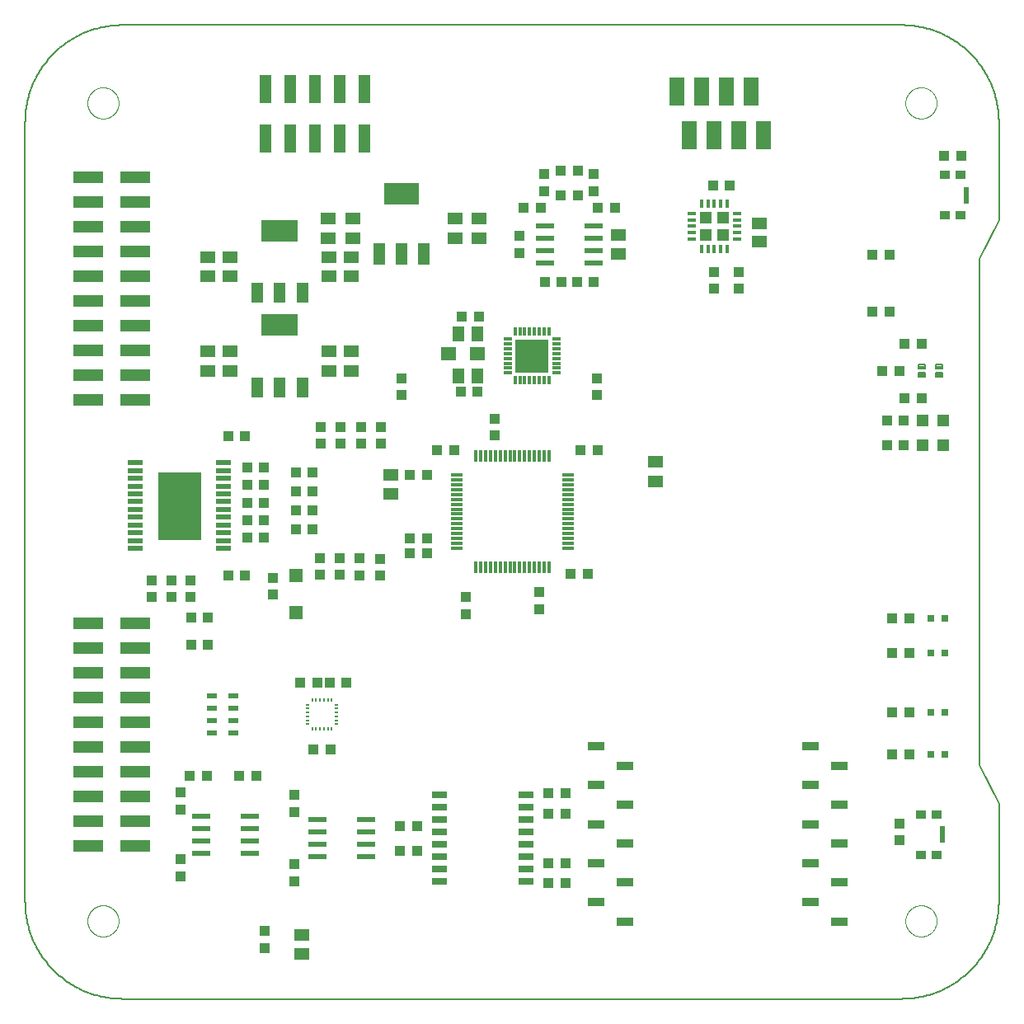
<source format=gtp>
G75*
%MOIN*%
%OFA0B0*%
%FSLAX25Y25*%
%IPPOS*%
%LPD*%
%AMOC8*
5,1,8,0,0,1.08239X$1,22.5*
%
%ADD10C,0.00600*%
%ADD11C,0.00000*%
%ADD12R,0.12000X0.05000*%
%ADD13R,0.05000X0.11500*%
%ADD14R,0.06299X0.05118*%
%ADD15R,0.04500X0.08000*%
%ADD16R,0.14567X0.08661*%
%ADD17R,0.05906X0.11811*%
%ADD18R,0.03150X0.03150*%
%ADD19R,0.03937X0.04331*%
%ADD20R,0.04724X0.01181*%
%ADD21R,0.04724X0.01291*%
%ADD22R,0.01181X0.04724*%
%ADD23R,0.04252X0.04134*%
%ADD24R,0.04134X0.04252*%
%ADD25R,0.04331X0.03937*%
%ADD26R,0.03937X0.03543*%
%ADD27R,0.02165X0.06693*%
%ADD28C,0.00806*%
%ADD29R,0.07800X0.02200*%
%ADD30R,0.06693X0.03346*%
%ADD31R,0.04724X0.04724*%
%ADD32R,0.05906X0.05118*%
%ADD33R,0.03200X0.01200*%
%ADD34R,0.01200X0.03200*%
%ADD35R,0.13800X0.13800*%
%ADD36R,0.05118X0.06299*%
%ADD37R,0.06299X0.05512*%
%ADD38R,0.04331X0.02362*%
%ADD39R,0.00981X0.01784*%
%ADD40R,0.00979X0.01782*%
%ADD41R,0.00984X0.01785*%
%ADD42R,0.00987X0.01784*%
%ADD43R,0.00990X0.01786*%
%ADD44R,0.00995X0.01788*%
%ADD45R,0.01782X0.00998*%
%ADD46R,0.01778X0.00997*%
%ADD47R,0.01775X0.00996*%
%ADD48R,0.01772X0.01001*%
%ADD49R,0.01767X0.01004*%
%ADD50R,0.01769X0.00990*%
%ADD51R,0.00992X0.01763*%
%ADD52R,0.00991X0.01761*%
%ADD53R,0.00984X0.01759*%
%ADD54R,0.00986X0.01765*%
%ADD55R,0.00980X0.01760*%
%ADD56R,0.00972X0.01754*%
%ADD57R,0.01763X0.00968*%
%ADD58R,0.01769X0.00974*%
%ADD59R,0.01772X0.00968*%
%ADD60R,0.01776X0.00971*%
%ADD61R,0.01783X0.00965*%
%ADD62R,0.01784X0.00970*%
%ADD63R,0.06000X0.02500*%
%ADD64R,0.05906X0.01969*%
%ADD65R,0.17717X0.27559*%
%ADD66R,0.05512X0.05512*%
%ADD67R,0.04800X0.08800*%
%ADD68R,0.14173X0.08661*%
%ADD69R,0.01378X0.03740*%
%ADD70R,0.03740X0.01378*%
%ADD71R,0.05000X0.05000*%
D10*
X0073544Y0042166D02*
X0388505Y0042166D01*
X0389456Y0042177D01*
X0390407Y0042212D01*
X0391357Y0042269D01*
X0392305Y0042350D01*
X0393251Y0042453D01*
X0394194Y0042579D01*
X0395133Y0042728D01*
X0396069Y0042899D01*
X0397000Y0043094D01*
X0397927Y0043310D01*
X0398848Y0043549D01*
X0399763Y0043810D01*
X0400671Y0044093D01*
X0401572Y0044398D01*
X0402466Y0044724D01*
X0403351Y0045073D01*
X0404228Y0045442D01*
X0405096Y0045832D01*
X0405953Y0046244D01*
X0406801Y0046676D01*
X0407638Y0047128D01*
X0408464Y0047600D01*
X0409278Y0048092D01*
X0410080Y0048604D01*
X0410870Y0049135D01*
X0411646Y0049685D01*
X0412409Y0050253D01*
X0413158Y0050840D01*
X0413892Y0051445D01*
X0414612Y0052067D01*
X0415317Y0052707D01*
X0416005Y0053363D01*
X0416678Y0054036D01*
X0417334Y0054724D01*
X0417974Y0055429D01*
X0418596Y0056149D01*
X0419201Y0056883D01*
X0419788Y0057632D01*
X0420356Y0058395D01*
X0420906Y0059171D01*
X0421437Y0059961D01*
X0421949Y0060763D01*
X0422441Y0061577D01*
X0422913Y0062403D01*
X0423365Y0063240D01*
X0423797Y0064088D01*
X0424209Y0064945D01*
X0424599Y0065813D01*
X0424968Y0066690D01*
X0425317Y0067575D01*
X0425643Y0068469D01*
X0425948Y0069370D01*
X0426231Y0070278D01*
X0426492Y0071193D01*
X0426731Y0072114D01*
X0426947Y0073041D01*
X0427142Y0073972D01*
X0427313Y0074908D01*
X0427462Y0075847D01*
X0427588Y0076790D01*
X0427691Y0077736D01*
X0427772Y0078684D01*
X0427829Y0079634D01*
X0427864Y0080585D01*
X0427875Y0081536D01*
X0427875Y0120906D01*
X0420001Y0136654D01*
X0420001Y0341379D01*
X0427875Y0357127D01*
X0427875Y0396497D01*
X0427864Y0397448D01*
X0427829Y0398399D01*
X0427772Y0399349D01*
X0427691Y0400297D01*
X0427588Y0401243D01*
X0427462Y0402186D01*
X0427313Y0403125D01*
X0427142Y0404061D01*
X0426947Y0404992D01*
X0426731Y0405919D01*
X0426492Y0406840D01*
X0426231Y0407755D01*
X0425948Y0408663D01*
X0425643Y0409564D01*
X0425317Y0410458D01*
X0424968Y0411343D01*
X0424599Y0412220D01*
X0424209Y0413088D01*
X0423797Y0413945D01*
X0423365Y0414793D01*
X0422913Y0415630D01*
X0422441Y0416456D01*
X0421949Y0417270D01*
X0421437Y0418072D01*
X0420906Y0418862D01*
X0420356Y0419638D01*
X0419788Y0420401D01*
X0419201Y0421150D01*
X0418596Y0421884D01*
X0417974Y0422604D01*
X0417334Y0423309D01*
X0416678Y0423997D01*
X0416005Y0424670D01*
X0415317Y0425326D01*
X0414612Y0425966D01*
X0413892Y0426588D01*
X0413158Y0427193D01*
X0412409Y0427780D01*
X0411646Y0428348D01*
X0410870Y0428898D01*
X0410080Y0429429D01*
X0409278Y0429941D01*
X0408464Y0430433D01*
X0407638Y0430905D01*
X0406801Y0431357D01*
X0405953Y0431789D01*
X0405096Y0432201D01*
X0404228Y0432591D01*
X0403351Y0432960D01*
X0402466Y0433309D01*
X0401572Y0433635D01*
X0400671Y0433940D01*
X0399763Y0434223D01*
X0398848Y0434484D01*
X0397927Y0434723D01*
X0397000Y0434939D01*
X0396069Y0435134D01*
X0395133Y0435305D01*
X0394194Y0435454D01*
X0393251Y0435580D01*
X0392305Y0435683D01*
X0391357Y0435764D01*
X0390407Y0435821D01*
X0389456Y0435856D01*
X0388505Y0435867D01*
X0073544Y0435867D01*
X0072593Y0435856D01*
X0071642Y0435821D01*
X0070692Y0435764D01*
X0069744Y0435683D01*
X0068798Y0435580D01*
X0067855Y0435454D01*
X0066916Y0435305D01*
X0065980Y0435134D01*
X0065049Y0434939D01*
X0064122Y0434723D01*
X0063201Y0434484D01*
X0062286Y0434223D01*
X0061378Y0433940D01*
X0060477Y0433635D01*
X0059583Y0433309D01*
X0058698Y0432960D01*
X0057821Y0432591D01*
X0056953Y0432201D01*
X0056096Y0431789D01*
X0055248Y0431357D01*
X0054411Y0430905D01*
X0053585Y0430433D01*
X0052771Y0429941D01*
X0051969Y0429429D01*
X0051179Y0428898D01*
X0050403Y0428348D01*
X0049640Y0427780D01*
X0048891Y0427193D01*
X0048157Y0426588D01*
X0047437Y0425966D01*
X0046732Y0425326D01*
X0046044Y0424670D01*
X0045371Y0423997D01*
X0044715Y0423309D01*
X0044075Y0422604D01*
X0043453Y0421884D01*
X0042848Y0421150D01*
X0042261Y0420401D01*
X0041693Y0419638D01*
X0041143Y0418862D01*
X0040612Y0418072D01*
X0040100Y0417270D01*
X0039608Y0416456D01*
X0039136Y0415630D01*
X0038684Y0414793D01*
X0038252Y0413945D01*
X0037840Y0413088D01*
X0037450Y0412220D01*
X0037081Y0411343D01*
X0036732Y0410458D01*
X0036406Y0409564D01*
X0036101Y0408663D01*
X0035818Y0407755D01*
X0035557Y0406840D01*
X0035318Y0405919D01*
X0035102Y0404992D01*
X0034907Y0404061D01*
X0034736Y0403125D01*
X0034587Y0402186D01*
X0034461Y0401243D01*
X0034358Y0400297D01*
X0034277Y0399349D01*
X0034220Y0398399D01*
X0034185Y0397448D01*
X0034174Y0396497D01*
X0034174Y0081536D01*
X0034185Y0080585D01*
X0034220Y0079634D01*
X0034277Y0078684D01*
X0034358Y0077736D01*
X0034461Y0076790D01*
X0034587Y0075847D01*
X0034736Y0074908D01*
X0034907Y0073972D01*
X0035102Y0073041D01*
X0035318Y0072114D01*
X0035557Y0071193D01*
X0035818Y0070278D01*
X0036101Y0069370D01*
X0036406Y0068469D01*
X0036732Y0067575D01*
X0037081Y0066690D01*
X0037450Y0065813D01*
X0037840Y0064945D01*
X0038252Y0064088D01*
X0038684Y0063240D01*
X0039136Y0062403D01*
X0039608Y0061577D01*
X0040100Y0060763D01*
X0040612Y0059961D01*
X0041143Y0059171D01*
X0041693Y0058395D01*
X0042261Y0057632D01*
X0042848Y0056883D01*
X0043453Y0056149D01*
X0044075Y0055429D01*
X0044715Y0054724D01*
X0045371Y0054036D01*
X0046044Y0053363D01*
X0046732Y0052707D01*
X0047437Y0052067D01*
X0048157Y0051445D01*
X0048891Y0050840D01*
X0049640Y0050253D01*
X0050403Y0049685D01*
X0051179Y0049135D01*
X0051969Y0048604D01*
X0052771Y0048092D01*
X0053585Y0047600D01*
X0054411Y0047128D01*
X0055248Y0046676D01*
X0056096Y0046244D01*
X0056953Y0045832D01*
X0057821Y0045442D01*
X0058698Y0045073D01*
X0059583Y0044724D01*
X0060477Y0044398D01*
X0061378Y0044093D01*
X0062286Y0043810D01*
X0063201Y0043549D01*
X0064122Y0043310D01*
X0065049Y0043094D01*
X0065980Y0042899D01*
X0066916Y0042728D01*
X0067855Y0042579D01*
X0068798Y0042453D01*
X0069744Y0042350D01*
X0070692Y0042269D01*
X0071642Y0042212D01*
X0072593Y0042177D01*
X0073544Y0042166D01*
D11*
X0059371Y0073662D02*
X0059373Y0073820D01*
X0059379Y0073978D01*
X0059389Y0074136D01*
X0059403Y0074294D01*
X0059421Y0074451D01*
X0059442Y0074608D01*
X0059468Y0074764D01*
X0059498Y0074920D01*
X0059531Y0075075D01*
X0059569Y0075228D01*
X0059610Y0075381D01*
X0059655Y0075533D01*
X0059704Y0075684D01*
X0059757Y0075833D01*
X0059813Y0075981D01*
X0059873Y0076127D01*
X0059937Y0076272D01*
X0060005Y0076415D01*
X0060076Y0076557D01*
X0060150Y0076697D01*
X0060228Y0076834D01*
X0060310Y0076970D01*
X0060394Y0077104D01*
X0060483Y0077235D01*
X0060574Y0077364D01*
X0060669Y0077491D01*
X0060766Y0077616D01*
X0060867Y0077738D01*
X0060971Y0077857D01*
X0061078Y0077974D01*
X0061188Y0078088D01*
X0061301Y0078199D01*
X0061416Y0078308D01*
X0061534Y0078413D01*
X0061655Y0078515D01*
X0061778Y0078615D01*
X0061904Y0078711D01*
X0062032Y0078804D01*
X0062162Y0078894D01*
X0062295Y0078980D01*
X0062430Y0079064D01*
X0062566Y0079143D01*
X0062705Y0079220D01*
X0062846Y0079292D01*
X0062988Y0079362D01*
X0063132Y0079427D01*
X0063278Y0079489D01*
X0063425Y0079547D01*
X0063574Y0079602D01*
X0063724Y0079653D01*
X0063875Y0079700D01*
X0064027Y0079743D01*
X0064180Y0079782D01*
X0064335Y0079818D01*
X0064490Y0079849D01*
X0064646Y0079877D01*
X0064802Y0079901D01*
X0064959Y0079921D01*
X0065117Y0079937D01*
X0065274Y0079949D01*
X0065433Y0079957D01*
X0065591Y0079961D01*
X0065749Y0079961D01*
X0065907Y0079957D01*
X0066066Y0079949D01*
X0066223Y0079937D01*
X0066381Y0079921D01*
X0066538Y0079901D01*
X0066694Y0079877D01*
X0066850Y0079849D01*
X0067005Y0079818D01*
X0067160Y0079782D01*
X0067313Y0079743D01*
X0067465Y0079700D01*
X0067616Y0079653D01*
X0067766Y0079602D01*
X0067915Y0079547D01*
X0068062Y0079489D01*
X0068208Y0079427D01*
X0068352Y0079362D01*
X0068494Y0079292D01*
X0068635Y0079220D01*
X0068774Y0079143D01*
X0068910Y0079064D01*
X0069045Y0078980D01*
X0069178Y0078894D01*
X0069308Y0078804D01*
X0069436Y0078711D01*
X0069562Y0078615D01*
X0069685Y0078515D01*
X0069806Y0078413D01*
X0069924Y0078308D01*
X0070039Y0078199D01*
X0070152Y0078088D01*
X0070262Y0077974D01*
X0070369Y0077857D01*
X0070473Y0077738D01*
X0070574Y0077616D01*
X0070671Y0077491D01*
X0070766Y0077364D01*
X0070857Y0077235D01*
X0070946Y0077104D01*
X0071030Y0076970D01*
X0071112Y0076834D01*
X0071190Y0076697D01*
X0071264Y0076557D01*
X0071335Y0076415D01*
X0071403Y0076272D01*
X0071467Y0076127D01*
X0071527Y0075981D01*
X0071583Y0075833D01*
X0071636Y0075684D01*
X0071685Y0075533D01*
X0071730Y0075381D01*
X0071771Y0075228D01*
X0071809Y0075075D01*
X0071842Y0074920D01*
X0071872Y0074764D01*
X0071898Y0074608D01*
X0071919Y0074451D01*
X0071937Y0074294D01*
X0071951Y0074136D01*
X0071961Y0073978D01*
X0071967Y0073820D01*
X0071969Y0073662D01*
X0071967Y0073504D01*
X0071961Y0073346D01*
X0071951Y0073188D01*
X0071937Y0073030D01*
X0071919Y0072873D01*
X0071898Y0072716D01*
X0071872Y0072560D01*
X0071842Y0072404D01*
X0071809Y0072249D01*
X0071771Y0072096D01*
X0071730Y0071943D01*
X0071685Y0071791D01*
X0071636Y0071640D01*
X0071583Y0071491D01*
X0071527Y0071343D01*
X0071467Y0071197D01*
X0071403Y0071052D01*
X0071335Y0070909D01*
X0071264Y0070767D01*
X0071190Y0070627D01*
X0071112Y0070490D01*
X0071030Y0070354D01*
X0070946Y0070220D01*
X0070857Y0070089D01*
X0070766Y0069960D01*
X0070671Y0069833D01*
X0070574Y0069708D01*
X0070473Y0069586D01*
X0070369Y0069467D01*
X0070262Y0069350D01*
X0070152Y0069236D01*
X0070039Y0069125D01*
X0069924Y0069016D01*
X0069806Y0068911D01*
X0069685Y0068809D01*
X0069562Y0068709D01*
X0069436Y0068613D01*
X0069308Y0068520D01*
X0069178Y0068430D01*
X0069045Y0068344D01*
X0068910Y0068260D01*
X0068774Y0068181D01*
X0068635Y0068104D01*
X0068494Y0068032D01*
X0068352Y0067962D01*
X0068208Y0067897D01*
X0068062Y0067835D01*
X0067915Y0067777D01*
X0067766Y0067722D01*
X0067616Y0067671D01*
X0067465Y0067624D01*
X0067313Y0067581D01*
X0067160Y0067542D01*
X0067005Y0067506D01*
X0066850Y0067475D01*
X0066694Y0067447D01*
X0066538Y0067423D01*
X0066381Y0067403D01*
X0066223Y0067387D01*
X0066066Y0067375D01*
X0065907Y0067367D01*
X0065749Y0067363D01*
X0065591Y0067363D01*
X0065433Y0067367D01*
X0065274Y0067375D01*
X0065117Y0067387D01*
X0064959Y0067403D01*
X0064802Y0067423D01*
X0064646Y0067447D01*
X0064490Y0067475D01*
X0064335Y0067506D01*
X0064180Y0067542D01*
X0064027Y0067581D01*
X0063875Y0067624D01*
X0063724Y0067671D01*
X0063574Y0067722D01*
X0063425Y0067777D01*
X0063278Y0067835D01*
X0063132Y0067897D01*
X0062988Y0067962D01*
X0062846Y0068032D01*
X0062705Y0068104D01*
X0062566Y0068181D01*
X0062430Y0068260D01*
X0062295Y0068344D01*
X0062162Y0068430D01*
X0062032Y0068520D01*
X0061904Y0068613D01*
X0061778Y0068709D01*
X0061655Y0068809D01*
X0061534Y0068911D01*
X0061416Y0069016D01*
X0061301Y0069125D01*
X0061188Y0069236D01*
X0061078Y0069350D01*
X0060971Y0069467D01*
X0060867Y0069586D01*
X0060766Y0069708D01*
X0060669Y0069833D01*
X0060574Y0069960D01*
X0060483Y0070089D01*
X0060394Y0070220D01*
X0060310Y0070354D01*
X0060228Y0070490D01*
X0060150Y0070627D01*
X0060076Y0070767D01*
X0060005Y0070909D01*
X0059937Y0071052D01*
X0059873Y0071197D01*
X0059813Y0071343D01*
X0059757Y0071491D01*
X0059704Y0071640D01*
X0059655Y0071791D01*
X0059610Y0071943D01*
X0059569Y0072096D01*
X0059531Y0072249D01*
X0059498Y0072404D01*
X0059468Y0072560D01*
X0059442Y0072716D01*
X0059421Y0072873D01*
X0059403Y0073030D01*
X0059389Y0073188D01*
X0059379Y0073346D01*
X0059373Y0073504D01*
X0059371Y0073662D01*
X0059371Y0404371D02*
X0059373Y0404529D01*
X0059379Y0404687D01*
X0059389Y0404845D01*
X0059403Y0405003D01*
X0059421Y0405160D01*
X0059442Y0405317D01*
X0059468Y0405473D01*
X0059498Y0405629D01*
X0059531Y0405784D01*
X0059569Y0405937D01*
X0059610Y0406090D01*
X0059655Y0406242D01*
X0059704Y0406393D01*
X0059757Y0406542D01*
X0059813Y0406690D01*
X0059873Y0406836D01*
X0059937Y0406981D01*
X0060005Y0407124D01*
X0060076Y0407266D01*
X0060150Y0407406D01*
X0060228Y0407543D01*
X0060310Y0407679D01*
X0060394Y0407813D01*
X0060483Y0407944D01*
X0060574Y0408073D01*
X0060669Y0408200D01*
X0060766Y0408325D01*
X0060867Y0408447D01*
X0060971Y0408566D01*
X0061078Y0408683D01*
X0061188Y0408797D01*
X0061301Y0408908D01*
X0061416Y0409017D01*
X0061534Y0409122D01*
X0061655Y0409224D01*
X0061778Y0409324D01*
X0061904Y0409420D01*
X0062032Y0409513D01*
X0062162Y0409603D01*
X0062295Y0409689D01*
X0062430Y0409773D01*
X0062566Y0409852D01*
X0062705Y0409929D01*
X0062846Y0410001D01*
X0062988Y0410071D01*
X0063132Y0410136D01*
X0063278Y0410198D01*
X0063425Y0410256D01*
X0063574Y0410311D01*
X0063724Y0410362D01*
X0063875Y0410409D01*
X0064027Y0410452D01*
X0064180Y0410491D01*
X0064335Y0410527D01*
X0064490Y0410558D01*
X0064646Y0410586D01*
X0064802Y0410610D01*
X0064959Y0410630D01*
X0065117Y0410646D01*
X0065274Y0410658D01*
X0065433Y0410666D01*
X0065591Y0410670D01*
X0065749Y0410670D01*
X0065907Y0410666D01*
X0066066Y0410658D01*
X0066223Y0410646D01*
X0066381Y0410630D01*
X0066538Y0410610D01*
X0066694Y0410586D01*
X0066850Y0410558D01*
X0067005Y0410527D01*
X0067160Y0410491D01*
X0067313Y0410452D01*
X0067465Y0410409D01*
X0067616Y0410362D01*
X0067766Y0410311D01*
X0067915Y0410256D01*
X0068062Y0410198D01*
X0068208Y0410136D01*
X0068352Y0410071D01*
X0068494Y0410001D01*
X0068635Y0409929D01*
X0068774Y0409852D01*
X0068910Y0409773D01*
X0069045Y0409689D01*
X0069178Y0409603D01*
X0069308Y0409513D01*
X0069436Y0409420D01*
X0069562Y0409324D01*
X0069685Y0409224D01*
X0069806Y0409122D01*
X0069924Y0409017D01*
X0070039Y0408908D01*
X0070152Y0408797D01*
X0070262Y0408683D01*
X0070369Y0408566D01*
X0070473Y0408447D01*
X0070574Y0408325D01*
X0070671Y0408200D01*
X0070766Y0408073D01*
X0070857Y0407944D01*
X0070946Y0407813D01*
X0071030Y0407679D01*
X0071112Y0407543D01*
X0071190Y0407406D01*
X0071264Y0407266D01*
X0071335Y0407124D01*
X0071403Y0406981D01*
X0071467Y0406836D01*
X0071527Y0406690D01*
X0071583Y0406542D01*
X0071636Y0406393D01*
X0071685Y0406242D01*
X0071730Y0406090D01*
X0071771Y0405937D01*
X0071809Y0405784D01*
X0071842Y0405629D01*
X0071872Y0405473D01*
X0071898Y0405317D01*
X0071919Y0405160D01*
X0071937Y0405003D01*
X0071951Y0404845D01*
X0071961Y0404687D01*
X0071967Y0404529D01*
X0071969Y0404371D01*
X0071967Y0404213D01*
X0071961Y0404055D01*
X0071951Y0403897D01*
X0071937Y0403739D01*
X0071919Y0403582D01*
X0071898Y0403425D01*
X0071872Y0403269D01*
X0071842Y0403113D01*
X0071809Y0402958D01*
X0071771Y0402805D01*
X0071730Y0402652D01*
X0071685Y0402500D01*
X0071636Y0402349D01*
X0071583Y0402200D01*
X0071527Y0402052D01*
X0071467Y0401906D01*
X0071403Y0401761D01*
X0071335Y0401618D01*
X0071264Y0401476D01*
X0071190Y0401336D01*
X0071112Y0401199D01*
X0071030Y0401063D01*
X0070946Y0400929D01*
X0070857Y0400798D01*
X0070766Y0400669D01*
X0070671Y0400542D01*
X0070574Y0400417D01*
X0070473Y0400295D01*
X0070369Y0400176D01*
X0070262Y0400059D01*
X0070152Y0399945D01*
X0070039Y0399834D01*
X0069924Y0399725D01*
X0069806Y0399620D01*
X0069685Y0399518D01*
X0069562Y0399418D01*
X0069436Y0399322D01*
X0069308Y0399229D01*
X0069178Y0399139D01*
X0069045Y0399053D01*
X0068910Y0398969D01*
X0068774Y0398890D01*
X0068635Y0398813D01*
X0068494Y0398741D01*
X0068352Y0398671D01*
X0068208Y0398606D01*
X0068062Y0398544D01*
X0067915Y0398486D01*
X0067766Y0398431D01*
X0067616Y0398380D01*
X0067465Y0398333D01*
X0067313Y0398290D01*
X0067160Y0398251D01*
X0067005Y0398215D01*
X0066850Y0398184D01*
X0066694Y0398156D01*
X0066538Y0398132D01*
X0066381Y0398112D01*
X0066223Y0398096D01*
X0066066Y0398084D01*
X0065907Y0398076D01*
X0065749Y0398072D01*
X0065591Y0398072D01*
X0065433Y0398076D01*
X0065274Y0398084D01*
X0065117Y0398096D01*
X0064959Y0398112D01*
X0064802Y0398132D01*
X0064646Y0398156D01*
X0064490Y0398184D01*
X0064335Y0398215D01*
X0064180Y0398251D01*
X0064027Y0398290D01*
X0063875Y0398333D01*
X0063724Y0398380D01*
X0063574Y0398431D01*
X0063425Y0398486D01*
X0063278Y0398544D01*
X0063132Y0398606D01*
X0062988Y0398671D01*
X0062846Y0398741D01*
X0062705Y0398813D01*
X0062566Y0398890D01*
X0062430Y0398969D01*
X0062295Y0399053D01*
X0062162Y0399139D01*
X0062032Y0399229D01*
X0061904Y0399322D01*
X0061778Y0399418D01*
X0061655Y0399518D01*
X0061534Y0399620D01*
X0061416Y0399725D01*
X0061301Y0399834D01*
X0061188Y0399945D01*
X0061078Y0400059D01*
X0060971Y0400176D01*
X0060867Y0400295D01*
X0060766Y0400417D01*
X0060669Y0400542D01*
X0060574Y0400669D01*
X0060483Y0400798D01*
X0060394Y0400929D01*
X0060310Y0401063D01*
X0060228Y0401199D01*
X0060150Y0401336D01*
X0060076Y0401476D01*
X0060005Y0401618D01*
X0059937Y0401761D01*
X0059873Y0401906D01*
X0059813Y0402052D01*
X0059757Y0402200D01*
X0059704Y0402349D01*
X0059655Y0402500D01*
X0059610Y0402652D01*
X0059569Y0402805D01*
X0059531Y0402958D01*
X0059498Y0403113D01*
X0059468Y0403269D01*
X0059442Y0403425D01*
X0059421Y0403582D01*
X0059403Y0403739D01*
X0059389Y0403897D01*
X0059379Y0404055D01*
X0059373Y0404213D01*
X0059371Y0404371D01*
X0390080Y0404371D02*
X0390082Y0404529D01*
X0390088Y0404687D01*
X0390098Y0404845D01*
X0390112Y0405003D01*
X0390130Y0405160D01*
X0390151Y0405317D01*
X0390177Y0405473D01*
X0390207Y0405629D01*
X0390240Y0405784D01*
X0390278Y0405937D01*
X0390319Y0406090D01*
X0390364Y0406242D01*
X0390413Y0406393D01*
X0390466Y0406542D01*
X0390522Y0406690D01*
X0390582Y0406836D01*
X0390646Y0406981D01*
X0390714Y0407124D01*
X0390785Y0407266D01*
X0390859Y0407406D01*
X0390937Y0407543D01*
X0391019Y0407679D01*
X0391103Y0407813D01*
X0391192Y0407944D01*
X0391283Y0408073D01*
X0391378Y0408200D01*
X0391475Y0408325D01*
X0391576Y0408447D01*
X0391680Y0408566D01*
X0391787Y0408683D01*
X0391897Y0408797D01*
X0392010Y0408908D01*
X0392125Y0409017D01*
X0392243Y0409122D01*
X0392364Y0409224D01*
X0392487Y0409324D01*
X0392613Y0409420D01*
X0392741Y0409513D01*
X0392871Y0409603D01*
X0393004Y0409689D01*
X0393139Y0409773D01*
X0393275Y0409852D01*
X0393414Y0409929D01*
X0393555Y0410001D01*
X0393697Y0410071D01*
X0393841Y0410136D01*
X0393987Y0410198D01*
X0394134Y0410256D01*
X0394283Y0410311D01*
X0394433Y0410362D01*
X0394584Y0410409D01*
X0394736Y0410452D01*
X0394889Y0410491D01*
X0395044Y0410527D01*
X0395199Y0410558D01*
X0395355Y0410586D01*
X0395511Y0410610D01*
X0395668Y0410630D01*
X0395826Y0410646D01*
X0395983Y0410658D01*
X0396142Y0410666D01*
X0396300Y0410670D01*
X0396458Y0410670D01*
X0396616Y0410666D01*
X0396775Y0410658D01*
X0396932Y0410646D01*
X0397090Y0410630D01*
X0397247Y0410610D01*
X0397403Y0410586D01*
X0397559Y0410558D01*
X0397714Y0410527D01*
X0397869Y0410491D01*
X0398022Y0410452D01*
X0398174Y0410409D01*
X0398325Y0410362D01*
X0398475Y0410311D01*
X0398624Y0410256D01*
X0398771Y0410198D01*
X0398917Y0410136D01*
X0399061Y0410071D01*
X0399203Y0410001D01*
X0399344Y0409929D01*
X0399483Y0409852D01*
X0399619Y0409773D01*
X0399754Y0409689D01*
X0399887Y0409603D01*
X0400017Y0409513D01*
X0400145Y0409420D01*
X0400271Y0409324D01*
X0400394Y0409224D01*
X0400515Y0409122D01*
X0400633Y0409017D01*
X0400748Y0408908D01*
X0400861Y0408797D01*
X0400971Y0408683D01*
X0401078Y0408566D01*
X0401182Y0408447D01*
X0401283Y0408325D01*
X0401380Y0408200D01*
X0401475Y0408073D01*
X0401566Y0407944D01*
X0401655Y0407813D01*
X0401739Y0407679D01*
X0401821Y0407543D01*
X0401899Y0407406D01*
X0401973Y0407266D01*
X0402044Y0407124D01*
X0402112Y0406981D01*
X0402176Y0406836D01*
X0402236Y0406690D01*
X0402292Y0406542D01*
X0402345Y0406393D01*
X0402394Y0406242D01*
X0402439Y0406090D01*
X0402480Y0405937D01*
X0402518Y0405784D01*
X0402551Y0405629D01*
X0402581Y0405473D01*
X0402607Y0405317D01*
X0402628Y0405160D01*
X0402646Y0405003D01*
X0402660Y0404845D01*
X0402670Y0404687D01*
X0402676Y0404529D01*
X0402678Y0404371D01*
X0402676Y0404213D01*
X0402670Y0404055D01*
X0402660Y0403897D01*
X0402646Y0403739D01*
X0402628Y0403582D01*
X0402607Y0403425D01*
X0402581Y0403269D01*
X0402551Y0403113D01*
X0402518Y0402958D01*
X0402480Y0402805D01*
X0402439Y0402652D01*
X0402394Y0402500D01*
X0402345Y0402349D01*
X0402292Y0402200D01*
X0402236Y0402052D01*
X0402176Y0401906D01*
X0402112Y0401761D01*
X0402044Y0401618D01*
X0401973Y0401476D01*
X0401899Y0401336D01*
X0401821Y0401199D01*
X0401739Y0401063D01*
X0401655Y0400929D01*
X0401566Y0400798D01*
X0401475Y0400669D01*
X0401380Y0400542D01*
X0401283Y0400417D01*
X0401182Y0400295D01*
X0401078Y0400176D01*
X0400971Y0400059D01*
X0400861Y0399945D01*
X0400748Y0399834D01*
X0400633Y0399725D01*
X0400515Y0399620D01*
X0400394Y0399518D01*
X0400271Y0399418D01*
X0400145Y0399322D01*
X0400017Y0399229D01*
X0399887Y0399139D01*
X0399754Y0399053D01*
X0399619Y0398969D01*
X0399483Y0398890D01*
X0399344Y0398813D01*
X0399203Y0398741D01*
X0399061Y0398671D01*
X0398917Y0398606D01*
X0398771Y0398544D01*
X0398624Y0398486D01*
X0398475Y0398431D01*
X0398325Y0398380D01*
X0398174Y0398333D01*
X0398022Y0398290D01*
X0397869Y0398251D01*
X0397714Y0398215D01*
X0397559Y0398184D01*
X0397403Y0398156D01*
X0397247Y0398132D01*
X0397090Y0398112D01*
X0396932Y0398096D01*
X0396775Y0398084D01*
X0396616Y0398076D01*
X0396458Y0398072D01*
X0396300Y0398072D01*
X0396142Y0398076D01*
X0395983Y0398084D01*
X0395826Y0398096D01*
X0395668Y0398112D01*
X0395511Y0398132D01*
X0395355Y0398156D01*
X0395199Y0398184D01*
X0395044Y0398215D01*
X0394889Y0398251D01*
X0394736Y0398290D01*
X0394584Y0398333D01*
X0394433Y0398380D01*
X0394283Y0398431D01*
X0394134Y0398486D01*
X0393987Y0398544D01*
X0393841Y0398606D01*
X0393697Y0398671D01*
X0393555Y0398741D01*
X0393414Y0398813D01*
X0393275Y0398890D01*
X0393139Y0398969D01*
X0393004Y0399053D01*
X0392871Y0399139D01*
X0392741Y0399229D01*
X0392613Y0399322D01*
X0392487Y0399418D01*
X0392364Y0399518D01*
X0392243Y0399620D01*
X0392125Y0399725D01*
X0392010Y0399834D01*
X0391897Y0399945D01*
X0391787Y0400059D01*
X0391680Y0400176D01*
X0391576Y0400295D01*
X0391475Y0400417D01*
X0391378Y0400542D01*
X0391283Y0400669D01*
X0391192Y0400798D01*
X0391103Y0400929D01*
X0391019Y0401063D01*
X0390937Y0401199D01*
X0390859Y0401336D01*
X0390785Y0401476D01*
X0390714Y0401618D01*
X0390646Y0401761D01*
X0390582Y0401906D01*
X0390522Y0402052D01*
X0390466Y0402200D01*
X0390413Y0402349D01*
X0390364Y0402500D01*
X0390319Y0402652D01*
X0390278Y0402805D01*
X0390240Y0402958D01*
X0390207Y0403113D01*
X0390177Y0403269D01*
X0390151Y0403425D01*
X0390130Y0403582D01*
X0390112Y0403739D01*
X0390098Y0403897D01*
X0390088Y0404055D01*
X0390082Y0404213D01*
X0390080Y0404371D01*
X0390080Y0073662D02*
X0390082Y0073820D01*
X0390088Y0073978D01*
X0390098Y0074136D01*
X0390112Y0074294D01*
X0390130Y0074451D01*
X0390151Y0074608D01*
X0390177Y0074764D01*
X0390207Y0074920D01*
X0390240Y0075075D01*
X0390278Y0075228D01*
X0390319Y0075381D01*
X0390364Y0075533D01*
X0390413Y0075684D01*
X0390466Y0075833D01*
X0390522Y0075981D01*
X0390582Y0076127D01*
X0390646Y0076272D01*
X0390714Y0076415D01*
X0390785Y0076557D01*
X0390859Y0076697D01*
X0390937Y0076834D01*
X0391019Y0076970D01*
X0391103Y0077104D01*
X0391192Y0077235D01*
X0391283Y0077364D01*
X0391378Y0077491D01*
X0391475Y0077616D01*
X0391576Y0077738D01*
X0391680Y0077857D01*
X0391787Y0077974D01*
X0391897Y0078088D01*
X0392010Y0078199D01*
X0392125Y0078308D01*
X0392243Y0078413D01*
X0392364Y0078515D01*
X0392487Y0078615D01*
X0392613Y0078711D01*
X0392741Y0078804D01*
X0392871Y0078894D01*
X0393004Y0078980D01*
X0393139Y0079064D01*
X0393275Y0079143D01*
X0393414Y0079220D01*
X0393555Y0079292D01*
X0393697Y0079362D01*
X0393841Y0079427D01*
X0393987Y0079489D01*
X0394134Y0079547D01*
X0394283Y0079602D01*
X0394433Y0079653D01*
X0394584Y0079700D01*
X0394736Y0079743D01*
X0394889Y0079782D01*
X0395044Y0079818D01*
X0395199Y0079849D01*
X0395355Y0079877D01*
X0395511Y0079901D01*
X0395668Y0079921D01*
X0395826Y0079937D01*
X0395983Y0079949D01*
X0396142Y0079957D01*
X0396300Y0079961D01*
X0396458Y0079961D01*
X0396616Y0079957D01*
X0396775Y0079949D01*
X0396932Y0079937D01*
X0397090Y0079921D01*
X0397247Y0079901D01*
X0397403Y0079877D01*
X0397559Y0079849D01*
X0397714Y0079818D01*
X0397869Y0079782D01*
X0398022Y0079743D01*
X0398174Y0079700D01*
X0398325Y0079653D01*
X0398475Y0079602D01*
X0398624Y0079547D01*
X0398771Y0079489D01*
X0398917Y0079427D01*
X0399061Y0079362D01*
X0399203Y0079292D01*
X0399344Y0079220D01*
X0399483Y0079143D01*
X0399619Y0079064D01*
X0399754Y0078980D01*
X0399887Y0078894D01*
X0400017Y0078804D01*
X0400145Y0078711D01*
X0400271Y0078615D01*
X0400394Y0078515D01*
X0400515Y0078413D01*
X0400633Y0078308D01*
X0400748Y0078199D01*
X0400861Y0078088D01*
X0400971Y0077974D01*
X0401078Y0077857D01*
X0401182Y0077738D01*
X0401283Y0077616D01*
X0401380Y0077491D01*
X0401475Y0077364D01*
X0401566Y0077235D01*
X0401655Y0077104D01*
X0401739Y0076970D01*
X0401821Y0076834D01*
X0401899Y0076697D01*
X0401973Y0076557D01*
X0402044Y0076415D01*
X0402112Y0076272D01*
X0402176Y0076127D01*
X0402236Y0075981D01*
X0402292Y0075833D01*
X0402345Y0075684D01*
X0402394Y0075533D01*
X0402439Y0075381D01*
X0402480Y0075228D01*
X0402518Y0075075D01*
X0402551Y0074920D01*
X0402581Y0074764D01*
X0402607Y0074608D01*
X0402628Y0074451D01*
X0402646Y0074294D01*
X0402660Y0074136D01*
X0402670Y0073978D01*
X0402676Y0073820D01*
X0402678Y0073662D01*
X0402676Y0073504D01*
X0402670Y0073346D01*
X0402660Y0073188D01*
X0402646Y0073030D01*
X0402628Y0072873D01*
X0402607Y0072716D01*
X0402581Y0072560D01*
X0402551Y0072404D01*
X0402518Y0072249D01*
X0402480Y0072096D01*
X0402439Y0071943D01*
X0402394Y0071791D01*
X0402345Y0071640D01*
X0402292Y0071491D01*
X0402236Y0071343D01*
X0402176Y0071197D01*
X0402112Y0071052D01*
X0402044Y0070909D01*
X0401973Y0070767D01*
X0401899Y0070627D01*
X0401821Y0070490D01*
X0401739Y0070354D01*
X0401655Y0070220D01*
X0401566Y0070089D01*
X0401475Y0069960D01*
X0401380Y0069833D01*
X0401283Y0069708D01*
X0401182Y0069586D01*
X0401078Y0069467D01*
X0400971Y0069350D01*
X0400861Y0069236D01*
X0400748Y0069125D01*
X0400633Y0069016D01*
X0400515Y0068911D01*
X0400394Y0068809D01*
X0400271Y0068709D01*
X0400145Y0068613D01*
X0400017Y0068520D01*
X0399887Y0068430D01*
X0399754Y0068344D01*
X0399619Y0068260D01*
X0399483Y0068181D01*
X0399344Y0068104D01*
X0399203Y0068032D01*
X0399061Y0067962D01*
X0398917Y0067897D01*
X0398771Y0067835D01*
X0398624Y0067777D01*
X0398475Y0067722D01*
X0398325Y0067671D01*
X0398174Y0067624D01*
X0398022Y0067581D01*
X0397869Y0067542D01*
X0397714Y0067506D01*
X0397559Y0067475D01*
X0397403Y0067447D01*
X0397247Y0067423D01*
X0397090Y0067403D01*
X0396932Y0067387D01*
X0396775Y0067375D01*
X0396616Y0067367D01*
X0396458Y0067363D01*
X0396300Y0067363D01*
X0396142Y0067367D01*
X0395983Y0067375D01*
X0395826Y0067387D01*
X0395668Y0067403D01*
X0395511Y0067423D01*
X0395355Y0067447D01*
X0395199Y0067475D01*
X0395044Y0067506D01*
X0394889Y0067542D01*
X0394736Y0067581D01*
X0394584Y0067624D01*
X0394433Y0067671D01*
X0394283Y0067722D01*
X0394134Y0067777D01*
X0393987Y0067835D01*
X0393841Y0067897D01*
X0393697Y0067962D01*
X0393555Y0068032D01*
X0393414Y0068104D01*
X0393275Y0068181D01*
X0393139Y0068260D01*
X0393004Y0068344D01*
X0392871Y0068430D01*
X0392741Y0068520D01*
X0392613Y0068613D01*
X0392487Y0068709D01*
X0392364Y0068809D01*
X0392243Y0068911D01*
X0392125Y0069016D01*
X0392010Y0069125D01*
X0391897Y0069236D01*
X0391787Y0069350D01*
X0391680Y0069467D01*
X0391576Y0069586D01*
X0391475Y0069708D01*
X0391378Y0069833D01*
X0391283Y0069960D01*
X0391192Y0070089D01*
X0391103Y0070220D01*
X0391019Y0070354D01*
X0390937Y0070490D01*
X0390859Y0070627D01*
X0390785Y0070767D01*
X0390714Y0070909D01*
X0390646Y0071052D01*
X0390582Y0071197D01*
X0390522Y0071343D01*
X0390466Y0071491D01*
X0390413Y0071640D01*
X0390364Y0071791D01*
X0390319Y0071943D01*
X0390278Y0072096D01*
X0390240Y0072249D01*
X0390207Y0072404D01*
X0390177Y0072560D01*
X0390151Y0072716D01*
X0390130Y0072873D01*
X0390112Y0073030D01*
X0390098Y0073188D01*
X0390088Y0073346D01*
X0390082Y0073504D01*
X0390080Y0073662D01*
D12*
X0078674Y0104056D03*
X0078674Y0114056D03*
X0078674Y0124056D03*
X0078674Y0134056D03*
X0078674Y0144056D03*
X0078674Y0154056D03*
X0078674Y0164056D03*
X0078674Y0174056D03*
X0078674Y0184056D03*
X0078674Y0194056D03*
X0059674Y0194056D03*
X0059674Y0184056D03*
X0059674Y0174056D03*
X0059674Y0164056D03*
X0059674Y0154056D03*
X0059674Y0144056D03*
X0059674Y0134056D03*
X0059674Y0124056D03*
X0059674Y0114056D03*
X0059674Y0104056D03*
X0059674Y0284269D03*
X0059674Y0294269D03*
X0059674Y0304269D03*
X0059674Y0314269D03*
X0059674Y0324269D03*
X0059674Y0334269D03*
X0059674Y0344269D03*
X0059674Y0354269D03*
X0059674Y0364269D03*
X0059674Y0374269D03*
X0078674Y0374269D03*
X0078674Y0364269D03*
X0078674Y0354269D03*
X0078674Y0344269D03*
X0078674Y0334269D03*
X0078674Y0324269D03*
X0078674Y0314269D03*
X0078674Y0304269D03*
X0078674Y0294269D03*
X0078674Y0284269D03*
D13*
X0131308Y0389876D03*
X0141308Y0389876D03*
X0151308Y0389876D03*
X0161308Y0389876D03*
X0171308Y0389876D03*
X0171308Y0410126D03*
X0161308Y0410126D03*
X0151308Y0410126D03*
X0141308Y0410126D03*
X0131308Y0410126D03*
D14*
X0156812Y0357599D03*
X0156812Y0349725D03*
X0157174Y0342103D03*
X0157174Y0334229D03*
X0166174Y0334229D03*
X0166174Y0342103D03*
X0166654Y0349725D03*
X0166654Y0357599D03*
X0207993Y0357599D03*
X0207993Y0349725D03*
X0217835Y0349725D03*
X0217835Y0357599D03*
X0166174Y0303977D03*
X0166174Y0296103D03*
X0157174Y0296103D03*
X0157174Y0303977D03*
X0117174Y0303977D03*
X0117174Y0296103D03*
X0108174Y0296103D03*
X0108174Y0303977D03*
X0108174Y0334229D03*
X0108174Y0342103D03*
X0117174Y0342103D03*
X0117174Y0334229D03*
X0182174Y0254103D03*
X0182174Y0246229D03*
X0289127Y0251434D03*
X0289127Y0259308D03*
X0146174Y0068103D03*
X0146174Y0060229D03*
D15*
X0146274Y0289440D03*
X0137174Y0289440D03*
X0128074Y0289440D03*
X0128074Y0327566D03*
X0137174Y0327566D03*
X0146274Y0327566D03*
D16*
X0137174Y0314640D03*
X0137174Y0352766D03*
D17*
X0297674Y0409024D03*
X0307674Y0409024D03*
X0317674Y0409024D03*
X0327674Y0409024D03*
X0322674Y0391308D03*
X0312674Y0391308D03*
X0302674Y0391308D03*
X0332674Y0391308D03*
D18*
X0400221Y0196166D03*
X0406127Y0196166D03*
X0406127Y0182166D03*
X0400221Y0182166D03*
X0400221Y0158166D03*
X0406127Y0158166D03*
X0406127Y0141166D03*
X0400221Y0141166D03*
D19*
X0391520Y0141166D03*
X0384828Y0141166D03*
X0384828Y0158166D03*
X0391520Y0158166D03*
X0391520Y0182166D03*
X0384828Y0182166D03*
X0384828Y0196166D03*
X0391520Y0196166D03*
X0389489Y0266103D03*
X0382796Y0266103D03*
X0382796Y0276103D03*
X0389489Y0276103D03*
X0389828Y0285166D03*
X0396520Y0285166D03*
X0387520Y0296166D03*
X0380828Y0296166D03*
X0389828Y0307166D03*
X0396520Y0307166D03*
X0383520Y0320166D03*
X0376828Y0320166D03*
X0376828Y0343166D03*
X0383520Y0343166D03*
X0322796Y0335946D03*
X0322796Y0329253D03*
X0312796Y0329253D03*
X0312796Y0335946D03*
X0264020Y0332166D03*
X0257328Y0332166D03*
X0234174Y0343820D03*
X0234174Y0350513D03*
X0250828Y0377166D03*
X0257520Y0377166D03*
X0150276Y0254843D03*
X0143583Y0254843D03*
X0143520Y0247316D03*
X0150213Y0247316D03*
X0150276Y0239725D03*
X0143583Y0239725D03*
X0143583Y0232166D03*
X0150276Y0232166D03*
X0153351Y0220288D03*
X0153351Y0213595D03*
X0161434Y0213528D03*
X0161434Y0220221D03*
X0169430Y0220190D03*
X0169430Y0213497D03*
X0177690Y0213371D03*
X0177690Y0220064D03*
X0130670Y0228544D03*
X0123977Y0228544D03*
X0123977Y0235670D03*
X0130670Y0235670D03*
X0130670Y0242796D03*
X0123977Y0242796D03*
X0123977Y0249922D03*
X0130670Y0249922D03*
X0130670Y0257048D03*
X0123977Y0257048D03*
X0100906Y0211379D03*
X0100906Y0204686D03*
X0093347Y0204686D03*
X0093347Y0211379D03*
X0085473Y0211261D03*
X0085473Y0204568D03*
X0101182Y0196261D03*
X0107875Y0196261D03*
X0107875Y0185198D03*
X0101182Y0185198D03*
X0185828Y0112166D03*
X0192520Y0112166D03*
X0192520Y0102166D03*
X0185828Y0102166D03*
X0245828Y0097166D03*
X0252520Y0097166D03*
X0252520Y0117166D03*
X0245828Y0117166D03*
X0245828Y0125198D03*
X0252520Y0125198D03*
X0387560Y0112993D03*
X0387560Y0106300D03*
D20*
X0253812Y0224402D03*
X0253812Y0226371D03*
X0253812Y0228339D03*
X0253812Y0230308D03*
X0253812Y0232276D03*
X0253812Y0234245D03*
X0253812Y0236213D03*
X0253812Y0238182D03*
X0253812Y0240150D03*
X0253812Y0242119D03*
X0253812Y0244087D03*
X0253812Y0246056D03*
X0253812Y0248024D03*
X0253812Y0249993D03*
X0253812Y0251961D03*
X0253812Y0253930D03*
X0208536Y0253930D03*
X0208536Y0251961D03*
X0208536Y0249993D03*
X0208536Y0248024D03*
X0208536Y0246056D03*
X0208536Y0244087D03*
X0208536Y0242119D03*
X0208536Y0240150D03*
X0208536Y0238182D03*
X0208536Y0236213D03*
X0208536Y0234245D03*
X0208536Y0232276D03*
X0208536Y0228339D03*
X0208536Y0226371D03*
X0208536Y0224402D03*
D21*
X0208536Y0230308D03*
D22*
X0216410Y0216528D03*
X0218379Y0216528D03*
X0220347Y0216528D03*
X0222316Y0216528D03*
X0224284Y0216528D03*
X0226253Y0216528D03*
X0228221Y0216528D03*
X0230190Y0216528D03*
X0232158Y0216528D03*
X0234127Y0216528D03*
X0236095Y0216528D03*
X0238064Y0216528D03*
X0240032Y0216528D03*
X0242001Y0216528D03*
X0243969Y0216528D03*
X0245938Y0216528D03*
X0245938Y0261804D03*
X0243969Y0261804D03*
X0242001Y0261804D03*
X0240032Y0261804D03*
X0238064Y0261804D03*
X0236095Y0261804D03*
X0234127Y0261804D03*
X0232158Y0261804D03*
X0230190Y0261804D03*
X0228221Y0261804D03*
X0226253Y0261804D03*
X0224284Y0261804D03*
X0222316Y0261804D03*
X0220347Y0261804D03*
X0218379Y0261804D03*
X0216410Y0261804D03*
D23*
X0212300Y0204611D03*
X0212300Y0197721D03*
X0242174Y0199721D03*
X0242174Y0206611D03*
X0143111Y0124611D03*
X0143111Y0117721D03*
X0143080Y0096611D03*
X0143080Y0089721D03*
X0131174Y0069611D03*
X0131174Y0062721D03*
X0097174Y0091690D03*
X0097174Y0098580D03*
X0097174Y0118721D03*
X0097174Y0125611D03*
D24*
X0145414Y0170080D03*
X0152304Y0170080D03*
X0157198Y0170135D03*
X0164087Y0170135D03*
X0157619Y0143135D03*
X0150729Y0143135D03*
X0189729Y0222261D03*
X0189729Y0228261D03*
X0196619Y0228261D03*
X0196619Y0222261D03*
X0196619Y0254166D03*
X0189729Y0254166D03*
X0200729Y0264166D03*
X0207619Y0264166D03*
X0210229Y0287666D03*
X0217119Y0287666D03*
X0217619Y0318166D03*
X0210729Y0318166D03*
X0258666Y0264166D03*
X0265556Y0264166D03*
X0261619Y0214166D03*
X0254729Y0214166D03*
X0405729Y0383166D03*
X0412619Y0383166D03*
D25*
X0319143Y0371099D03*
X0312450Y0371099D03*
X0272520Y0362166D03*
X0265828Y0362166D03*
X0264174Y0368820D03*
X0264174Y0375513D03*
X0257520Y0367166D03*
X0250828Y0367166D03*
X0244174Y0368820D03*
X0242520Y0362166D03*
X0235828Y0362166D03*
X0244174Y0375513D03*
X0244328Y0332166D03*
X0251020Y0332166D03*
X0265237Y0293150D03*
X0265237Y0286457D03*
X0224174Y0276576D03*
X0224174Y0269883D03*
X0186497Y0286221D03*
X0186497Y0292914D03*
X0178150Y0273292D03*
X0169961Y0273292D03*
X0169961Y0266599D03*
X0178150Y0266599D03*
X0161772Y0266599D03*
X0161772Y0273292D03*
X0153583Y0273292D03*
X0153583Y0266599D03*
X0123103Y0269643D03*
X0116410Y0269643D03*
X0116410Y0213304D03*
X0123103Y0213304D03*
X0134450Y0212206D03*
X0134450Y0205513D03*
X0127520Y0132324D03*
X0120828Y0132324D03*
X0107520Y0132324D03*
X0100828Y0132324D03*
X0245828Y0089135D03*
X0252520Y0089135D03*
D26*
X0396221Y0100473D03*
X0402520Y0100473D03*
X0402520Y0116615D03*
X0396221Y0116615D03*
X0406024Y0359095D03*
X0412324Y0359095D03*
X0412324Y0375237D03*
X0406024Y0375237D03*
D27*
X0414784Y0367166D03*
X0404981Y0108544D03*
D28*
X0404948Y0293636D02*
X0402250Y0293636D01*
X0402250Y0295350D01*
X0404948Y0295350D01*
X0404948Y0293636D01*
X0404948Y0294402D02*
X0402250Y0294402D01*
X0402250Y0295168D02*
X0404948Y0295168D01*
X0404948Y0296982D02*
X0402250Y0296982D01*
X0402250Y0298696D01*
X0404948Y0298696D01*
X0404948Y0296982D01*
X0404948Y0297748D02*
X0402250Y0297748D01*
X0402250Y0298514D02*
X0404948Y0298514D01*
X0398098Y0296982D02*
X0395400Y0296982D01*
X0395400Y0298696D01*
X0398098Y0298696D01*
X0398098Y0296982D01*
X0398098Y0297748D02*
X0395400Y0297748D01*
X0395400Y0298514D02*
X0398098Y0298514D01*
X0398098Y0293636D02*
X0395400Y0293636D01*
X0395400Y0295350D01*
X0398098Y0295350D01*
X0398098Y0293636D01*
X0398098Y0294402D02*
X0395400Y0294402D01*
X0395400Y0295168D02*
X0398098Y0295168D01*
D29*
X0263874Y0339666D03*
X0263874Y0344666D03*
X0263874Y0349666D03*
X0263874Y0354666D03*
X0244474Y0354666D03*
X0244474Y0349666D03*
X0244474Y0344666D03*
X0244474Y0339666D03*
X0124874Y0116166D03*
X0124874Y0111166D03*
X0124874Y0106166D03*
X0124874Y0101166D03*
X0105474Y0101166D03*
X0105474Y0106166D03*
X0105474Y0111166D03*
X0105474Y0116166D03*
X0152506Y0114666D03*
X0152506Y0109666D03*
X0152506Y0104666D03*
X0152506Y0099666D03*
X0171906Y0099666D03*
X0171906Y0104666D03*
X0171906Y0109666D03*
X0171906Y0114666D03*
D30*
X0264961Y0112796D03*
X0276772Y0104922D03*
X0264961Y0097048D03*
X0276772Y0089174D03*
X0264961Y0081300D03*
X0276772Y0073426D03*
X0276772Y0120670D03*
X0264961Y0128544D03*
X0276772Y0136418D03*
X0264961Y0144292D03*
X0351576Y0144292D03*
X0363387Y0136418D03*
X0351576Y0128544D03*
X0363387Y0120670D03*
X0351576Y0112796D03*
X0363387Y0104922D03*
X0351576Y0097048D03*
X0363387Y0089174D03*
X0351576Y0081300D03*
X0363387Y0073426D03*
D31*
X0397009Y0266103D03*
X0405276Y0266103D03*
X0405276Y0276103D03*
X0397009Y0276103D03*
D32*
X0330891Y0348328D03*
X0330891Y0355808D03*
X0274174Y0350906D03*
X0274174Y0343426D03*
D33*
X0248874Y0309066D03*
X0248874Y0307066D03*
X0248874Y0305166D03*
X0248874Y0303166D03*
X0248874Y0301166D03*
X0248874Y0299166D03*
X0248874Y0297266D03*
X0248874Y0295266D03*
X0229474Y0295266D03*
X0229474Y0297266D03*
X0229474Y0299166D03*
X0229474Y0301166D03*
X0229474Y0303166D03*
X0229474Y0305166D03*
X0229474Y0307066D03*
X0229474Y0309066D03*
D34*
X0232274Y0311866D03*
X0234274Y0311866D03*
X0236174Y0311866D03*
X0238174Y0311866D03*
X0240174Y0311866D03*
X0242174Y0311866D03*
X0244074Y0311866D03*
X0246074Y0311866D03*
X0246074Y0292466D03*
X0244074Y0292466D03*
X0242174Y0292466D03*
X0240174Y0292466D03*
X0238174Y0292466D03*
X0236174Y0292466D03*
X0234274Y0292466D03*
X0232274Y0292466D03*
D35*
X0239174Y0302166D03*
D36*
X0217111Y0294166D03*
X0209237Y0294166D03*
X0209237Y0311166D03*
X0217111Y0311166D03*
D37*
X0217080Y0303166D03*
X0205269Y0303166D03*
D38*
X0118505Y0164548D03*
X0118505Y0159627D03*
X0118505Y0154706D03*
X0118505Y0149784D03*
X0109843Y0149784D03*
X0109843Y0154706D03*
X0109843Y0159627D03*
X0109843Y0164548D03*
D39*
X0156538Y0163078D03*
D40*
X0158114Y0163077D03*
D41*
X0154962Y0163078D03*
D42*
X0153385Y0163078D03*
D43*
X0151809Y0163079D03*
D44*
X0150232Y0163080D03*
D45*
X0148261Y0161108D03*
D46*
X0148262Y0159531D03*
D47*
X0148263Y0157955D03*
D48*
X0148260Y0156379D03*
D49*
X0148259Y0154802D03*
D50*
X0148266Y0153228D03*
D51*
X0150233Y0151256D03*
D52*
X0151809Y0151255D03*
D53*
X0154962Y0151254D03*
D54*
X0153386Y0151257D03*
D55*
X0156538Y0151255D03*
D56*
X0158117Y0151252D03*
D57*
X0160087Y0153225D03*
D58*
X0160085Y0154803D03*
D59*
X0160088Y0156379D03*
D60*
X0160086Y0157956D03*
D61*
X0160089Y0159534D03*
D62*
X0160086Y0161109D03*
D63*
X0201580Y0124666D03*
X0201580Y0119666D03*
X0201580Y0114666D03*
X0201580Y0109666D03*
X0201580Y0104666D03*
X0201580Y0099666D03*
X0201580Y0094666D03*
X0201580Y0089666D03*
X0236769Y0089666D03*
X0236769Y0094666D03*
X0236769Y0099666D03*
X0236769Y0104666D03*
X0236769Y0109666D03*
X0236769Y0114666D03*
X0236769Y0119666D03*
X0236769Y0124666D03*
D64*
X0114489Y0224292D03*
X0114489Y0227442D03*
X0114489Y0230591D03*
X0114489Y0233741D03*
X0114489Y0236891D03*
X0114489Y0240040D03*
X0114489Y0243190D03*
X0114489Y0246339D03*
X0114489Y0249489D03*
X0114489Y0252639D03*
X0114489Y0255788D03*
X0114489Y0258938D03*
X0078662Y0258938D03*
X0078662Y0255788D03*
X0078662Y0252639D03*
X0078662Y0249489D03*
X0078662Y0246339D03*
X0078662Y0243190D03*
X0078662Y0240040D03*
X0078662Y0236891D03*
X0078662Y0233741D03*
X0078662Y0230591D03*
X0078662Y0227442D03*
X0078662Y0224292D03*
D65*
X0096643Y0241406D03*
D66*
X0143702Y0213465D03*
X0143702Y0198505D03*
D67*
X0177239Y0343431D03*
X0186339Y0343431D03*
X0195439Y0343431D03*
D68*
X0186339Y0367831D03*
D69*
X0307678Y0363780D03*
X0310237Y0363780D03*
X0312796Y0363780D03*
X0315355Y0363780D03*
X0317914Y0363780D03*
X0317914Y0345355D03*
X0315355Y0345355D03*
X0312796Y0345355D03*
X0310237Y0345355D03*
X0307678Y0345355D03*
D70*
X0303583Y0349450D03*
X0303583Y0352009D03*
X0303583Y0354568D03*
X0303583Y0357127D03*
X0303583Y0359686D03*
X0322009Y0359686D03*
X0322009Y0357127D03*
X0322009Y0354568D03*
X0322009Y0352009D03*
X0322009Y0349450D03*
D71*
X0316296Y0351068D03*
X0316296Y0358068D03*
X0309296Y0358068D03*
X0309296Y0351068D03*
M02*

</source>
